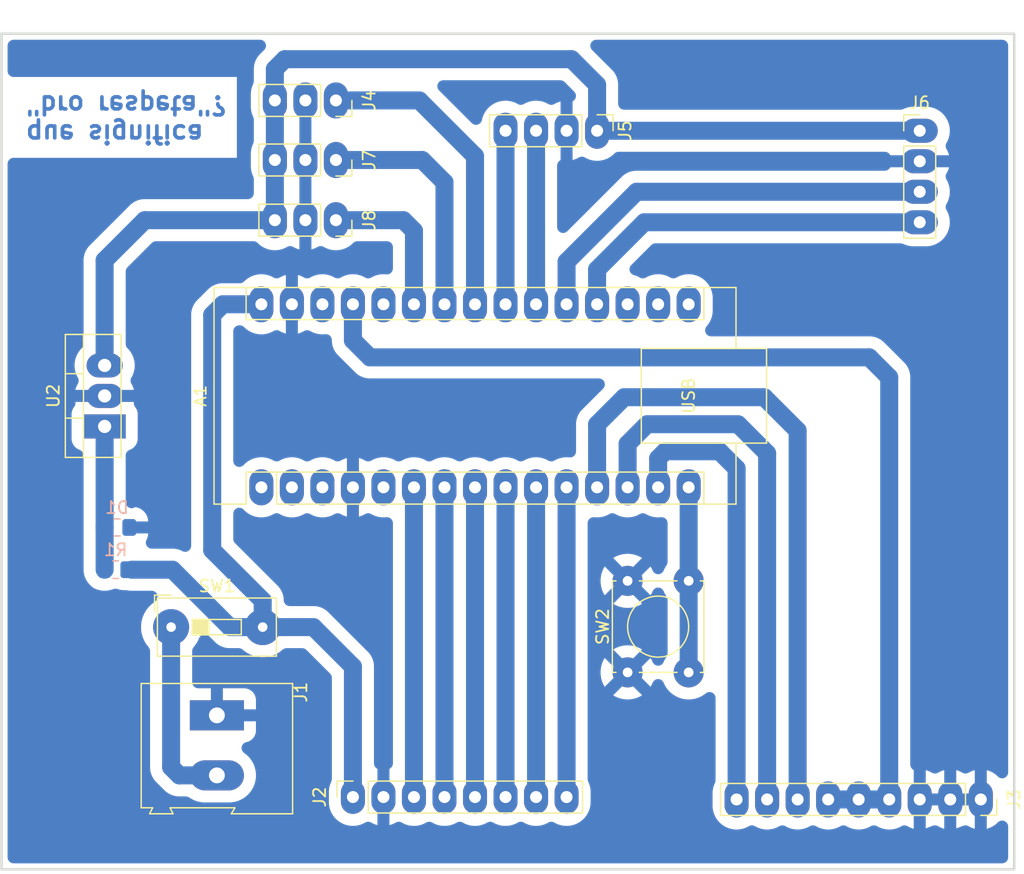
<source format=kicad_pcb>
(kicad_pcb (version 20241229) (generator "pcbnew") (generator_version "9.0")
  (layers (0 "F.Cu" signal) (2 "B.Cu" signal) (13 "F.Paste" user) (15 "B.Paste" user) (5 "F.SilkS" user "F.Silkscreen") (7 "B.SilkS" user "B.Silkscreen") (1 "F.Mask" user) (3 "B.Mask" user) (25 "Edge.Cuts" user))
  (net 0 "")
  (net 1 "Net-(D1-A)")
  (net 2 "GND")
  (net 3 "Net-(J1-Pin_2)")
  (net 4 "+5V")
  (net 5 "ENABLE 1")
  (net 6 "R_IS ")
  (net 7 "L_IS ")
  (net 8 "ENABLE 2")
  (net 9 "VCC")
  (net 10 "PWM2")
  (net 11 "sensor 2")
  (net 12 "sensor 1")
  (net 13 "sensor 3")
  (net 14 "PWM 1")
  (net 15 "eccho 2")
  (net 16 "trig 1")
  (net 17 "trig 2")
  (net 18 "eccho 1")
  (net 21 "5v_arduino")
  (net 29 "Net-(A1-D12)")
  (net 30 "sensor_distancia1")
  (net 31 "sensor_distancia2")
  (net 32 "sensor_distancia3")
  (footprint "Connector_PinSocket_2.54mm:PinSocket_1x08_P2.54mm_Vertical" (layer "F.Cu") (at 44.932 79.172 90)
    (property "Reference" "J2" (at 0 -2.77 90) (layer "F.SilkS"))
    (property "Value" "PUENTE_H")
    (fp_line (start 1.33 -1.33) (end 1.33 0) (stroke (width 0.12)) (layer "F.SilkS"))
    (fp_line (start 0 -1.33) (end 1.33 -1.33) (stroke (width 0.12)) (layer "F.SilkS"))
    (fp_line (start 1.33 1.27) (end 1.33 19.11) (stroke (width 0.12)) (layer "F.SilkS"))
    (fp_line (start -1.33 1.27) (end 1.33 1.27) (stroke (width 0.12)) (layer "F.SilkS"))
    (fp_line (start -1.33 1.27) (end -1.33 19.11) (stroke (width 0.12)) (layer "F.SilkS"))
    (fp_line (start -1.33 19.11) (end 1.33 19.11) (stroke (width 0.12)) (layer "F.SilkS"))
    (pad "1" thru_hole oval (at 0 0 90) (size 2.8 2) (drill 1) (layers "*.Cu" "*.Mask") (net 9 "VCC"))
    (pad "2" thru_hole oval (at 0 2.54 90) (size 2.8 2) (drill 1) (layers "*.Cu" "*.Mask") (net 2 "GND"))
    (pad "3" thru_hole oval (at 0 5.08 90) (size 2.8 2) (drill 1) (layers "*.Cu" "*.Mask") (net 7 "L_IS "))
    (pad "4" thru_hole oval (at 0 7.62 90) (size 2.8 2) (drill 1) (layers "*.Cu" "*.Mask") (net 6 "R_IS "))
    (pad "5" thru_hole oval (at 0 10.16 90) (size 2.8 2) (drill 1) (layers "*.Cu" "*.Mask") (net 14 "PWM 1"))
    (pad "6" thru_hole oval (at 0 12.7 90) (size 2.8 2) (drill 1) (layers "*.Cu" "*.Mask") (net 10 "PWM2"))
    (pad "7" thru_hole oval (at 0 15.24 90) (size 2.8 2) (drill 1) (layers "*.Cu" "*.Mask") (net 8 "ENABLE 2"))
    (pad "8" thru_hole oval (at 0 17.78 90) (size 2.8 2) (drill 1) (layers "*.Cu" "*.Mask") (net 5 "ENABLE 1"))
  )
  (footprint "Button_Switch_THT:SW_Tactile_Straight_KSA0Axx1LFTR" (layer "F.Cu") (at 67.792 68.792 90)
    (property "Reference" "SW2" (at 3.81 -2.08 90) (layer "F.SilkS"))
    (property "Value" "SW_DE_INICIO_ROBOT")
    (fp_line (start 7.62 -1.27) (end 7.62 -0.97) (stroke (width 0.12)) (layer "F.SilkS"))
    (fp_line (start 0 -1.27) (end 7.62 -1.27) (stroke (width 0.12)) (layer "F.SilkS"))
    (fp_line (start 0 -1.27) (end 0 -0.97) (stroke (width 0.12)) (layer "F.SilkS"))
    (fp_line (start 7.62 0.97) (end 7.62 4.11) (stroke (width 0.12)) (layer "F.SilkS"))
    (fp_line (start 0 0.97) (end 0 4.11) (stroke (width 0.12)) (layer "F.SilkS"))
    (fp_line (start 7.62 6.05) (end 7.62 6.35) (stroke (width 0.12)) (layer "F.SilkS"))
    (fp_line (start 0 6.05) (end 0 6.35) (stroke (width 0.12)) (layer "F.SilkS"))
    (fp_line (start 7.62 6.35) (end 0 6.35) (stroke (width 0.12)) (layer "F.SilkS"))
    (fp_circle (center 3.81 2.54) (end 3.81 0) (stroke (width 0.12)) (fill no) (layer "F.SilkS"))
    (pad "1" thru_hole circle (at 0 0 90) (size 2.5 2.5) (drill 0.8128) (layers "*.Cu" "*.Mask") (net 2 "GND"))
    (pad "1" thru_hole circle (at 7.62 0 90) (size 2.5 2.5) (drill 0.8128) (layers "*.Cu" "*.Mask") (net 2 "GND"))
    (pad "2" thru_hole circle (at 0 5.08 90) (size 2.5 2.5) (drill 0.8128) (layers "*.Cu" "*.Mask") (net 29 "Net-(A1-D12)"))
    (pad "2" thru_hole circle (at 7.62 5.08 90) (size 2.5 2.5) (drill 0.8128) (layers "*.Cu" "*.Mask") (net 29 "Net-(A1-D12)"))
  )
  (footprint "TerminalBlock:TerminalBlock_Altech_AK300-2_P5.00mm" (layer "F.Cu") (at 33.612 72.367 -90)
    (property "Reference" "J1" (at -1.92 -6.99 90) (layer "F.SilkS"))
    (property "Value" "ENTRADA")
    (fp_line (start -2.65 6.3) (end 7.7 6.3) (stroke (width 0.12)) (layer "F.SilkS"))
    (fp_line (start 7.7 6.3) (end 7.7 5.35) (stroke (width 0.12)) (layer "F.SilkS"))
    (fp_line (start 8.2 5.6) (end 8.2 3.7) (stroke (width 0.12)) (layer "F.SilkS"))
    (fp_line (start 7.7 5.35) (end 8.2 5.6) (stroke (width 0.12)) (layer "F.SilkS"))
    (fp_line (start 7.7 3.9) (end 7.7 -1.5) (stroke (width 0.12)) (layer "F.SilkS"))
    (fp_line (start 8.2 3.7) (end 8.2 3.65) (stroke (width 0.12)) (layer "F.SilkS"))
    (fp_line (start 8.2 3.65) (end 7.7 3.9) (stroke (width 0.12)) (layer "F.SilkS"))
    (fp_line (start 8.2 -1.2) (end 8.2 -6.3) (stroke (width 0.12)) (layer "F.SilkS"))
    (fp_line (start 7.7 -1.5) (end 8.2 -1.2) (stroke (width 0.12)) (layer "F.SilkS"))
    (fp_line (start -2.65 -6.3) (end -2.65 6.3) (stroke (width 0.12)) (layer "F.SilkS"))
    (fp_line (start 8.2 -6.3) (end -2.65 -6.3) (stroke (width 0.12)) (layer "F.SilkS"))
    (pad "1" thru_hole rect (at 0 0 270) (size 2.5 4.5) (drill 1.32) (layers "*.Cu" "*.Mask") (net 2 "GND"))
    (pad "2" thru_hole oval (at 5 0 270) (size 2.5 4.5) (drill 1.32) (layers "*.Cu" "*.Mask") (net 3 "Net-(J1-Pin_2)"))
  )
  (footprint "Button_Switch_THT:SW_DIP_SPSTx01_Slide_9.78x4.72mm_W7.62mm_P2.54mm" (layer "F.Cu") (at 29.802 65.022)
    (property "Reference" "SW1" (at 3.81 -3.42 0) (layer "F.SilkS"))
    (property "Value" "SWITCH_ON_OFF")
    (fp_line (start -1.38 -2.66) (end -1.38 -1.277) (stroke (width 0.12)) (layer "F.SilkS"))
    (fp_line (start -1.38 -2.66) (end 0.003 -2.66) (stroke (width 0.12)) (layer "F.SilkS"))
    (fp_line (start -1.14 -2.42) (end -1.14 2.42) (stroke (width 0.12)) (layer "F.SilkS"))
    (fp_line (start -1.14 -2.42) (end 8.76 -2.42) (stroke (width 0.12)) (layer "F.SilkS"))
    (fp_line (start -1.14 2.42) (end 8.76 2.42) (stroke (width 0.12)) (layer "F.SilkS"))
    (fp_line (start 3.133333 -0.635) (end 3.133333 0.635) (stroke (width 0.12)) (layer "F.SilkS"))
    (fp_line (start 8.76 -2.42) (end 8.76 2.42) (stroke (width 0.12)) (layer "F.SilkS"))
    (fp_rect (start 1.78 -0.635) (end 3.133333 0.635) (stroke (width 0.12)) (fill yes) (layer "F.SilkS"))
    (fp_rect (start 1.78 -0.635) (end 5.84 0.635) (stroke (width 0.12)) (fill no) (layer "F.SilkS"))
    (pad "1" thru_hole roundrect (at 0 0) (size 3 3) (drill 0.8) (layers "*.Cu" "*.Mask") (roundrect_rratio 0.5) (net 3 "Net-(J1-Pin_2)"))
    (pad "2" thru_hole circle (at 7.62 0) (size 3 3) (drill 0.8) (layers "*.Cu" "*.Mask") (net 9 "VCC"))
  )
  (footprint "Connector_PinHeader_2.54mm:PinHeader_1x04_P2.54mm_Vertical" (layer "F.Cu") (at 92.102 23.692)
    (property "Reference" "J6" (at 0 -2.33 0) (layer "F.SilkS"))
    (property "Value" "ULTRASONIDO_2")
    (fp_line (start -1.33 -1.33) (end 0 -1.33) (stroke (width 0.12)) (layer "F.SilkS"))
    (fp_line (start -1.33 0) (end -1.33 -1.33) (stroke (width 0.12)) (layer "F.SilkS"))
    (fp_line (start -1.33 1.27) (end -1.33 8.95) (stroke (width 0.12)) (layer "F.SilkS"))
    (fp_line (start -1.33 1.27) (end 1.33 1.27) (stroke (width 0.12)) (layer "F.SilkS"))
    (fp_line (start -1.33 8.95) (end 1.33 8.95) (stroke (width 0.12)) (layer "F.SilkS"))
    (fp_line (start 1.33 1.27) (end 1.33 8.95) (stroke (width 0.12)) (layer "F.SilkS"))
    (pad "1" thru_hole oval (at 0 0) (size 3 2) (drill 1) (layers "*.Cu" "*.Mask") (net 4 "+5V"))
    (pad "2" thru_hole oval (at 0 2.54) (size 3 2) (drill 1) (layers "*.Cu" "*.Mask") (net 2 "GND"))
    (pad "3" thru_hole oval (at 0 5.08) (size 3 2) (drill 1) (layers "*.Cu" "*.Mask") (net 17 "trig 2"))
    (pad "4" thru_hole oval (at 0 7.62) (size 3 2) (drill 1) (layers "*.Cu" "*.Mask") (net 15 "eccho 2"))
  )
  (footprint "Package_TO_SOT_THT:TO-220-3_Vertical" (layer "F.Cu") (at 24.2695 48.312 90)
    (property "Reference" "U2" (at 2.54 -4.27 90) (layer "F.SilkS"))
    (property "Value" "LM7805_TO220")
    (fp_line (start 7.66 -3.27) (end 7.66 1.371) (stroke (width 0.12)) (layer "F.SilkS"))
    (fp_line (start 4.391 -3.27) (end 4.391 -1.76) (stroke (width 0.12)) (layer "F.SilkS"))
    (fp_line (start 0.69 -3.27) (end 0.69 -1.76) (stroke (width 0.12)) (layer "F.SilkS"))
    (fp_line (start -2.58 -3.27) (end 7.66 -3.27) (stroke (width 0.12)) (layer "F.SilkS"))
    (fp_line (start -2.58 -3.27) (end -2.58 1.371) (stroke (width 0.12)) (layer "F.SilkS"))
    (fp_line (start -2.58 -1.76) (end 7.66 -1.76) (stroke (width 0.12)) (layer "F.SilkS"))
    (fp_line (start -2.58 1.371) (end 7.66 1.371) (stroke (width 0.12)) (layer "F.SilkS"))
    (pad "1" thru_hole rect (at 0 0 90) (size 2 3.5) (drill 1.1) (layers "*.Cu" "*.Mask") (net 1 "Net-(D1-A)"))
    (pad "2" thru_hole oval (at 2.54 0 90) (size 2 3) (drill 1.1) (layers "*.Cu" "*.Mask") (net 2 "GND"))
    (pad "3" thru_hole oval (at 5.08 0 90) (size 2 3) (drill 1.1) (layers "*.Cu" "*.Mask") (net 4 "+5V"))
  )
  (footprint "Connector_PinHeader_2.54mm:PinHeader_1x04_P2.54mm_Vertical" (layer "F.Cu") (at 65.252 23.692 -90)
    (property "Reference" "J5" (at 0 -2.33 90) (layer "F.SilkS"))
    (property "Value" "ULTRASONIDO_1")
    (fp_line (start -1.33 8.95) (end 1.33 8.95) (stroke (width 0.12)) (layer "F.SilkS"))
    (fp_line (start -1.33 1.27) (end -1.33 8.95) (stroke (width 0.12)) (layer "F.SilkS"))
    (fp_line (start -1.33 1.27) (end 1.33 1.27) (stroke (width 0.12)) (layer "F.SilkS"))
    (fp_line (start 1.33 1.27) (end 1.33 8.95) (stroke (width 0.12)) (layer "F.SilkS"))
    (fp_line (start -1.33 0) (end -1.33 -1.33) (stroke (width 0.12)) (layer "F.SilkS"))
    (fp_line (start -1.33 -1.33) (end 0 -1.33) (stroke (width 0.12)) (layer "F.SilkS"))
    (pad "1" thru_hole oval (at 0 0 270) (size 3 2) (drill 1) (layers "*.Cu" "*.Mask") (net 4 "+5V"))
    (pad "2" thru_hole oval (at 0 2.54 270) (size 3 2) (drill 1) (layers "*.Cu" "*.Mask") (net 2 "GND"))
    (pad "3" thru_hole oval (at 0 5.08 270) (size 3 2) (drill 1) (layers "*.Cu" "*.Mask") (net 16 "trig 1"))
    (pad "4" thru_hole oval (at 0 7.62 270) (size 3 2) (drill 1) (layers "*.Cu" "*.Mask") (net 18 "eccho 1"))
  )
  (footprint "Connector_PinSocket_2.54mm:PinSocket_1x03_P2.54mm_Vertical" (layer "F.Cu") (at 43.517 26.127 -90)
    (property "Reference" "J7" (at 0 -2.77 90) (layer "F.SilkS"))
    (property "Value" "SENSOR_INFRAROJO_2")
    (fp_line (start -1.33 6.41) (end 1.33 6.41) (stroke (width 0.12)) (layer "F.SilkS"))
    (fp_line (start -1.33 1.27) (end -1.33 6.41) (stroke (width 0.12)) (layer "F.SilkS"))
    (fp_line (start -1.33 1.27) (end 1.33 1.27) (stroke (width 0.12)) (layer "F.SilkS"))
    (fp_line (start 1.33 1.27) (end 1.33 6.41) (stroke (width 0.12)) (layer "F.SilkS"))
    (fp_line (start 0 -1.33) (end 1.33 -1.33) (stroke (width 0.12)) (layer "F.SilkS"))
    (fp_line (start 1.33 -1.33) (end 1.33 0) (stroke (width 0.12)) (layer "F.SilkS"))
    (pad "1" thru_hole oval (at 0 0 270) (size 3 2) (drill 1) (layers "*.Cu" "*.Mask") (net 31 "sensor_distancia2"))
    (pad "2" thru_hole oval (at 0 2.54 270) (size 3 2) (drill 1) (layers "*.Cu" "*.Mask") (net 2 "GND"))
    (pad "3" thru_hole oval (at 0 5.08 270) (size 3 2) (drill 1) (layers "*.Cu" "*.Mask") (net 4 "+5V"))
  )
  (footprint "Connector_PinSocket_2.54mm:PinSocket_1x09_P2.54mm_Vertical" (layer "F.Cu") (at 97.182 79.372 -90)
    (property "Reference" "J3" (at 0 -2.77 90) (layer "F.SilkS"))
    (property "Value" "Conn_01x09_Pin")
    (fp_line (start -1.33 21.65) (end 1.33 21.65) (stroke (width 0.12)) (layer "F.SilkS"))
    (fp_line (start -1.33 1.27) (end -1.33 21.65) (stroke (width 0.12)) (layer "F.SilkS"))
    (fp_line (start -1.33 1.27) (end 1.33 1.27) (stroke (width 0.12)) (layer "F.SilkS"))
    (fp_line (start 1.33 1.27) (end 1.33 21.65) (stroke (width 0.12)) (layer "F.SilkS"))
    (fp_line (start 0 -1.33) (end 1.33 -1.33) (stroke (width 0.12)) (layer "F.SilkS"))
    (fp_line (start 1.33 -1.33) (end 1.33 0) (stroke (width 0.12)) (layer "F.SilkS"))
    (pad "1" thru_hole oval (at 0 0 270) (size 3 2) (drill 1) (layers "*.Cu" "*.Mask") (net 2 "GND"))
    (pad "2" thru_hole oval (at 0 2.54 270) (size 3 2) (drill 1) (layers "*.Cu" "*.Mask") (net 2 "GND"))
    (pad "3" thru_hole oval (at 0 5.08 270) (size 3 2) (drill 1) (layers "*.Cu" "*.Mask") (net 2 "GND"))
    (pad "4" thru_hole oval (at 0 7.62 270) (size 3 2) (drill 1) (layers "*.Cu" "*.Mask") (net 21 "5v_arduino"))
    (pad "5" thru_hole oval (at 0 10.16 270) (size 3 2) (drill 1) (layers "*.Cu" "*.Mask") (net 21 "5v_arduino"))
    (pad "6" thru_hole oval (at 0 12.7 270) (size 3 2) (drill 1) (layers "*.Cu" "*.Mask") (net 21 "5v_arduino"))
    (pad "7" thru_hole oval (at 0 15.24 270) (size 3 2) (drill 1) (layers "*.Cu" "*.Mask") (net 13 "sensor 3"))
    (pad "8" thru_hole oval (at 0 17.78 270) (size 3 2) (drill 1) (layers "*.Cu" "*.Mask") (net 12 "sensor 1"))
    (pad "9" thru_hole oval (at 0 20.32 270) (size 3 2) (drill 1) (layers "*.Cu" "*.Mask") (net 11 "sensor 2"))
  )
  (footprint "Connector_PinSocket_2.54mm:PinSocket_1x03_P2.54mm_Vertical" (layer "F.Cu") (at 43.517 21.167 -90)
    (property "Reference" "J4" (at 0 -2.77 90) (layer "F.SilkS"))
    (property "Value" "SENSOR_INFRAROJO_1")
    (fp_line (start -1.33 6.41) (end 1.33 6.41) (stroke (width 0.12)) (layer "F.SilkS"))
    (fp_line (start -1.33 1.27) (end -1.33 6.41) (stroke (width 0.12)) (layer "F.SilkS"))
    (fp_line (start -1.33 1.27) (end 1.33 1.27) (stroke (width 0.12)) (layer "F.SilkS"))
    (fp_line (start 1.33 1.27) (end 1.33 6.41) (stroke (width 0.12)) (layer "F.SilkS"))
    (fp_line (start 0 -1.33) (end 1.33 -1.33) (stroke (width 0.12)) (layer "F.SilkS"))
    (fp_line (start 1.33 -1.33) (end 1.33 0) (stroke (width 0.12)) (layer "F.SilkS"))
    (pad "1" thru_hole oval (at 0 0 270) (size 3 2) (drill 1) (layers "*.Cu" "*.Mask") (net 30 "sensor_distancia1"))
    (pad "2" thru_hole oval (at 0 2.54 270) (size 3 2) (drill 1) (layers "*.Cu" "*.Mask") (net 2 "GND"))
    (pad "3" thru_hole oval (at 0 5.08 270) (size 3 2) (drill 1) (layers "*.Cu" "*.Mask") (net 4 "+5V"))
  )
  (footprint "Module:Arduino_Nano" (layer "F.Cu") (at 37.312 53.382 90)
    (property "Reference" "A1" (at 7.62 -5.08 90) (layer "F.SilkS"))
    (property "Value" "Arduino_Nano_v2.x")
    (fp_line (start 16.64 -3.94) (end -1.4 -3.94) (stroke (width 0.12)) (layer "F.SilkS"))
    (fp_line (start -1.4 -3.94) (end -1.4 -1.27) (stroke (width 0.12)) (layer "F.SilkS"))
    (fp_line (start 13.97 -1.27) (end 16.64 -1.27) (stroke (width 0.12)) (layer "F.SilkS"))
    (fp_line (start 13.97 -1.27) (end 13.97 36.83) (stroke (width 0.12)) (layer "F.SilkS"))
    (fp_line (start 1.27 -1.27) (end -1.4 -1.27) (stroke (width 0.12)) (layer "F.SilkS"))
    (fp_line (start 1.27 1.27) (end 1.27 -1.27) (stroke (width 0.12)) (layer "F.SilkS"))
    (fp_line (start 1.27 1.27) (end -1.4 1.27) (stroke (width 0.12)) (layer "F.SilkS"))
    (fp_line (start 1.27 1.27) (end 1.27 36.83) (stroke (width 0.12)) (layer "F.SilkS"))
    (fp_line (start -1.4 1.27) (end -1.4 39.5) (stroke (width 0.12)) (layer "F.SilkS"))
    (fp_line (start 11.56 31.62) (end 11.56 42.04) (stroke (width 0.12)) (layer "F.SilkS"))
    (fp_line (start 3.68 31.62) (end 11.56 31.62) (stroke (width 0.12)) (layer "F.SilkS"))
    (fp_line (start 13.97 36.83) (end 16.64 36.83) (stroke (width 0.12)) (layer "F.SilkS"))
    (fp_line (start 1.27 36.83) (end -1.4 36.83) (stroke (width 0.12)) (layer "F.SilkS"))
    (fp_line (start 16.64 39.5) (end 16.64 -3.94) (stroke (width 0.12)) (layer "F.SilkS"))
    (fp_line (start 16.64 39.5) (end 11.56 39.5) (stroke (width 0.12)) (layer "F.SilkS"))
    (fp_line (start -1.4 39.5) (end 3.68 39.5) (stroke (width 0.12)) (layer "F.SilkS"))
    (fp_line (start 11.56 42.04) (end 3.68 42.04) (stroke (width 0.12)) (layer "F.SilkS"))
    (fp_line (start 3.68 42.04) (end 3.68 31.62) (stroke (width 0.12)) (layer "F.SilkS"))
    (fp_text user "USB" (at 7.62 35.56 90) (layer "F.SilkS"))
    (pad "1" thru_hole oval (at 0 0 90) (size 3 2) (drill 1) (layers "*.Cu" "*.Mask"))
    (pad "2" thru_hole oval (at 0 2.54 90) (size 3 2) (drill 1) (layers "*.Cu" "*.Mask"))
    (pad "3" thru_hole oval (at 0 5.08 90) (size 3 2) (drill 1) (layers "*.Cu" "*.Mask"))
    (pad "4" thru_hole oval (at 0 7.62 90) (size 3 2) (drill 1) (layers "*.Cu" "*.Mask") (net 2 "GND"))
    (pad "5" thru_hole oval (at 0 10.16 90) (size 3 2) (drill 1) (layers "*.Cu" "*.Mask"))
    (pad "6" thru_hole oval (at 0 12.7 90) (size 3 2) (drill 1) (layers "*.Cu" "*.Mask") (net 7 "L_IS "))
    (pad "7" thru_hole oval (at 0 15.24 90) (size 3 2) (drill 1) (layers "*.Cu" "*.Mask") (net 6 "R_IS "))
    (pad "8" thru_hole oval (at 0 17.78 90) (size 3 2) (drill 1) (layers "*.Cu" "*.Mask") (net 14 "PWM 1"))
    (pad "9" thru_hole oval (at 0 20.32 90) (size 3 2) (drill 1) (layers "*.Cu" "*.Mask") (net 10 "PWM2"))
    (pad "10" thru_hole oval (at 0 22.86 90) (size 3 2) (drill 1) (layers "*.Cu" "*.Mask") (net 8 "ENABLE 2"))
    (pad "11" thru_hole oval (at 0 25.4 90) (size 3 2) (drill 1) (layers "*.Cu" "*.Mask") (net 5 "ENABLE 1"))
    (pad "12" thru_hole oval (at 0 27.94 90) (size 3 2) (drill 1) (layers "*.Cu" "*.Mask") (net 13 "sensor 3"))
    (pad "13" thru_hole oval (at 0 30.48 90) (size 3 2) (drill 1) (layers "*.Cu" "*.Mask") (net 12 "sensor 1"))
    (pad "14" thru_hole oval (at 0 33.02 90) (size 3 2) (drill 1) (layers "*.Cu" "*.Mask") (net 11 "sensor 2"))
    (pad "15" thru_hole oval (at 0 35.56 90) (size 3 2) (drill 1) (layers "*.Cu" "*.Mask") (net 29 "Net-(A1-D12)"))
    (pad "16" thru_hole oval (at 15.24 35.56 90) (size 3 2) (drill 1) (layers "*.Cu" "*.Mask"))
    (pad "17" thru_hole oval (at 15.24 33.02 90) (size 3 2) (drill 1) (layers "*.Cu" "*.Mask"))
    (pad "18" thru_hole oval (at 15.24 30.48 90) (size 3 2) (drill 1) (layers "*.Cu" "*.Mask"))
    (pad "19" thru_hole oval (at 15.24 27.94 90) (size 3 2) (drill 1) (layers "*.Cu" "*.Mask") (net 15 "eccho 2"))
    (pad "20" thru_hole oval (at 15.24 25.4 90) (size 3 2) (drill 1) (layers "*.Cu" "*.Mask") (net 17 "trig 2"))
    (pad "21" thru_hole oval (at 15.24 22.86 90) (size 3 2) (drill 1) (layers "*.Cu" "*.Mask") (net 16 "trig 1"))
    (pad "22" thru_hole oval (at 15.24 20.32 90) (size 3 2) (drill 1) (layers "*.Cu" "*.Mask") (net 18 "eccho 1"))
    (pad "23" thru_hole oval (at 15.24 17.78 90) (size 3 2) (drill 1) (layers "*.Cu" "*.Mask") (net 30 "sensor_distancia1"))
    (pad "24" thru_hole oval (at 15.24 15.24 90) (size 3 2) (drill 1) (layers "*.Cu" "*.Mask") (net 31 "sensor_distancia2"))
    (pad "25" thru_hole oval (at 15.24 12.7 90) (size 3 2) (drill 1) (layers "*.Cu" "*.Mask") (net 32 "sensor_distancia3"))
    (pad "26" thru_hole oval (at 15.24 10.16 90) (size 3 2) (drill 1) (layers "*.Cu" "*.Mask"))
    (pad "27" thru_hole oval (at 15.24 7.62 90) (size 3 2) (drill 1) (layers "*.Cu" "*.Mask") (net 21 "5v_arduino"))
    (pad "28" thru_hole oval (at 15.24 5.08 90) (size 3 2) (drill 1) (layers "*.Cu" "*.Mask"))
    (pad "29" thru_hole oval (at 15.24 2.54 90) (size 3 2) (drill 1) (layers "*.Cu" "*.Mask") (net 2 "GND"))
    (pad "30" thru_hole oval (at 15.24 0 90) (size 3 2) (drill 1) (layers "*.Cu" "*.Mask") (net 9 "VCC"))
  )
  (footprint "Connector_PinSocket_2.54mm:PinSocket_1x03_P2.54mm_Vertical" (layer "F.Cu") (at 43.517 31.137 -90)
    (property "Reference" "J8" (at 0 -2.77 90) (layer "F.SilkS"))
    (property "Value" "SENSOR_INFRAROJO_3")
    (fp_line (start -1.33 6.41) (end 1.33 6.41) (stroke (width 0.12)) (layer "F.SilkS"))
    (fp_line (start -1.33 1.27) (end -1.33 6.41) (stroke (width 0.12)) (layer "F.SilkS"))
    (fp_line (start -1.33 1.27) (end 1.33 1.27) (stroke (width 0.12)) (layer "F.SilkS"))
    (fp_line (start 1.33 1.27) (end 1.33 6.41) (stroke (width 0.12)) (layer "F.SilkS"))
    (fp_line (start 0 -1.33) (end 1.33 -1.33) (stroke (width 0.12)) (layer "F.SilkS"))
    (fp_line (start 1.33 -1.33) (end 1.33 0) (stroke (width 0.12)) (layer "F.SilkS"))
    (pad "1" thru_hole oval (at 0 0 270) (size 3 2) (drill 1) (layers "*.Cu" "*.Mask") (net 32 "sensor_distancia3"))
    (pad "2" thru_hole oval (at 0 2.54 270) (size 3 2) (drill 1) (layers "*.Cu" "*.Mask") (net 2 "GND"))
    (pad "3" thru_hole oval (at 0 5.08 270) (size 3 2) (drill 1) (layers "*.Cu" "*.Mask") (net 4 "+5V"))
  )
  (footprint "Resistor_SMD:R_0805_2012Metric" (layer "B.Cu") (at 25.182 60.242 180)
    (property "Reference" "R1" (at 0 1.65 0) (layer "B.SilkS") (effects (justify mirror)))
    (property "Value" "R")
    (fp_line (start -0.227064 0.735) (end 0.227064 0.735) (stroke (width 0.12)) (layer "B.SilkS"))
    (fp_line (start -0.227064 -0.735) (end 0.227064 -0.735) (stroke (width 0.12)) (layer "B.SilkS"))
    (pad "1" smd roundrect (at -0.9125 0 180) (size 1.025 1.4) (layers "B.Cu" "B.Mask" "B.Paste") (roundrect_rratio 0.243902) (net 9 "VCC"))
    (pad "2" smd roundrect (at 0.9125 0 180) (size 1.025 1.4) (layers "B.Cu" "B.Mask" "B.Paste") (roundrect_rratio 0.243902) (net 1 "Net-(D1-A)"))
  )
  (footprint "Inductor_SMD:L_0805_2012Metric_Pad1.15x1.40mm_HandSolder" (layer "B.Cu") (at 25.2945 56.722 180)
    (property "Reference" "D1" (at 0 1.65 0) (layer "B.SilkS") (effects (justify mirror)))
    (property "Value" "LED")
    (fp_line (start -0.261252 0.71) (end 0.261252 0.71) (stroke (width 0.12)) (layer "B.SilkS"))
    (fp_line (start -0.261252 -0.71) (end 0.261252 -0.71) (stroke (width 0.12)) (layer "B.SilkS"))
    (pad "1" smd roundrect (at -1.025 0 180) (size 1.15 1.4) (layers "B.Cu" "B.Mask" "B.Paste") (roundrect_rratio 0.217391) (net 2 "GND"))
    (pad "2" smd roundrect (at 1.025 0 180) (size 1.15 1.4) (layers "B.Cu" "B.Mask" "B.Paste") (roundrect_rratio 0.217391) (net 1 "Net-(D1-A)"))
  )
  (gr_rect (start 15.692 15.612) (end 99.962 85.192) (stroke (width 0.2)) (fill no) (layer "Edge.Cuts"))
  (gr_text "que significa \n{dblquote}bro respeta{dblquote}?\n" (at 17.562 20.672 180) (layer "B.Cu") (effects (font (size 1.5 1.5) (thickness 0.3) (bold yes)) (justify left bottom mirror)))
  (segment (start 24.2695 48.312) (end 24.2695 56.722) (width 1.5) (layer "B.Cu") (net 1))
  (segment (start 24.2695 60.242) (end 24.2695 56.722) (width 1.5) (layer "B.Cu") (net 1))
  (segment (start 30.487 77.367) (end 29.802 76.682) (width 1.5) (layer "B.Cu") (net 3))
  (segment (start 29.802 76.682) (end 29.802 65.022) (width 1.5) (layer "B.Cu") (net 3))
  (segment (start 33.612 77.367) (end 30.487 77.367) (width 1.5) (layer "B.Cu") (net 3))
  (segment (start 38.437 26.127) (end 38.437 21.167) (width 1.5) (layer "B.Cu") (net 4))
  (segment (start 65.252 23.692) (end 65.252 19.862) (width 1.5) (layer "B.Cu") (net 4))
  (segment (start 92.102 23.692) (end 65.252 23.692) (width 1.5) (layer "B.Cu") (net 4))
  (segment (start 38.437 31.137) (end 38.437 26.127) (width 1.5) (layer "B.Cu") (net 4))
  (segment (start 63.122 17.732) (end 39.262 17.732) (width 1.5) (layer "B.Cu") (net 4))
  (segment (start 24.2695 43.232) (end 24.2695 34.4795) (width 1.5) (layer "B.Cu") (net 4))
  (segment (start 39.262 17.732) (end 38.437 18.557) (width 1.5) (layer "B.Cu") (net 4))
  (segment (start 24.2695 34.4795) (end 27.612 31.137) (width 1.5) (layer "B.Cu") (net 4))
  (segment (start 38.437 18.557) (end 38.437 21.167) (width 1.5) (layer "B.Cu") (net 4))
  (segment (start 38.437 31.137) (end 27.612 31.137) (width 1.5) (layer "B.Cu") (net 4))
  (segment (start 65.252 19.862) (end 63.122 17.732) (width 1.5) (layer "B.Cu") (net 4))
  (segment (start 62.712 79.172) (end 62.712 53.382) (width 1.5) (layer "B.Cu") (net 5))
  (segment (start 52.552 79.172) (end 52.552 53.382) (width 1.5) (layer "B.Cu") (net 6))
  (segment (start 50.012 53.382) (end 50.012 79.172) (width 1.5) (layer "B.Cu") (net 7))
  (segment (start 60.172 53.382) (end 60.172 79.172) (width 1.5) (layer "B.Cu") (net 8))
  (segment (start 44.932 68.312) (end 44.932 79.172) (width 1.5) (layer "B.Cu") (net 9))
  (segment (start 33.222 39.032) (end 34.112 38.142) (width 1.5) (layer "B.Cu") (net 9))
  (segment (start 34.692 65.022) (end 29.912 60.242) (width 1.5) (layer "B.Cu") (net 9))
  (segment (start 37.422 65.022) (end 37.422 62.812) (width 1.5) (layer "B.Cu") (net 9))
  (segment (start 37.422 65.022) (end 41.642 65.022) (width 1.5) (layer "B.Cu") (net 9))
  (segment (start 33.222 58.612) (end 33.222 39.032) (width 1.5) (layer "B.Cu") (net 9))
  (segment (start 37.422 62.812) (end 33.222 58.612) (width 1.5) (layer "B.Cu") (net 9))
  (segment (start 34.112 38.142) (end 37.312 38.142) (width 1.5) (layer "B.Cu") (net 9))
  (segment (start 29.912 60.242) (end 26.5205 60.242) (width 1.5) (layer "B.Cu") (net 9))
  (segment (start 41.642 65.022) (end 44.932 68.312) (width 1.5) (layer "B.Cu") (net 9))
  (segment (start 37.422 65.022) (end 34.692 65.022) (width 1.5) (layer "B.Cu") (net 9))
  (segment (start 57.632 79.172) (end 57.632 53.382) (width 1.5) (layer "B.Cu") (net 10))
  (segment (start 76.862 79.372) (end 76.862 51.812) (width 1.5) (layer "B.Cu") (net 11))
  (segment (start 70.923 50.381) (end 70.332 50.972) (width 1.5) (layer "B.Cu") (net 11))
  (segment (start 75.431 50.381) (end 70.923 50.381) (width 1.5) (layer "B.Cu") (net 11))
  (segment (start 76.862 51.812) (end 75.431 50.381) (width 1.5) (layer "B.Cu") (net 11))
  (segment (start 70.332 50.972) (end 70.332 53.382) (width 1.5) (layer "B.Cu") (net 11))
  (segment (start 67.792 49.762) (end 67.792 53.382) (width 1.5) (layer "B.Cu") (net 12))
  (segment (start 79.402 50.552) (end 76.98 48.13) (width 1.5) (layer "B.Cu") (net 12))
  (segment (start 79.402 79.372) (end 79.402 50.552) (width 1.5) (layer "B.Cu") (net 12))
  (segment (start 69.424 48.13) (end 67.792 49.762) (width 1.5) (layer "B.Cu") (net 12))
  (segment (start 76.98 48.13) (end 69.424 48.13) (width 1.5) (layer "B.Cu") (net 12))
  (segment (start 79.159 45.879) (end 67.515 45.879) (width 1.5) (layer "B.Cu") (net 13))
  (segment (start 65.252 48.142) (end 65.252 53.382) (width 1.5) (layer "B.Cu") (net 13))
  (segment (start 67.515 45.879) (end 65.252 48.142) (width 1.5) (layer "B.Cu") (net 13))
  (segment (start 81.942 79.372) (end 81.942 48.662) (width 1.5) (layer "B.Cu") (net 13))
  (segment (start 81.942 48.662) (end 79.159 45.879) (width 1.5) (layer "B.Cu") (net 13))
  (segment (start 55.092 53.382) (end 55.092 79.172) (width 1.5) (layer "B.Cu") (net 14))
  (segment (start 69.182 31.312) (end 65.252 35.242) (width 1.5) (layer "B.Cu") (net 15))
  (segment (start 92.102 31.312) (end 69.182 31.312) (width 1.5) (layer "B.Cu") (net 15))
  (segment (start 65.252 35.242) (end 65.252 38.142) (width 1.5) (layer "B.Cu") (net 15))
  (segment (start 60.172 23.692) (end 60.172 38.142) (width 1.5) (layer "B.Cu") (net 16))
  (segment (start 62.712 38.142) (end 62.712 34.598605) (width 1.5) (layer "B.Cu") (net 17))
  (segment (start 68.538605 28.772) (end 92.102 28.772) (width 1.5) (layer "B.Cu") (net 17))
  (segment (start 62.712 34.598605) (end 68.538605 28.772) (width 1.5) (layer "B.Cu") (net 17))
  (segment (start 57.632 23.692) (end 57.632 38.142) (width 1.5) (layer "B.Cu") (net 18))
  (segment (start 89.562 44.222) (end 87.902 42.562) (width 1.5) (layer "B.Cu") (net 21))
  (segment (start 89.562 79.372) (end 89.562 44.222) (width 1.5) (layer "B.Cu") (net 21))
  (segment (start 44.932 41.142) (end 44.932 38.142) (width 1.5) (layer "B.Cu") (net 21))
  (segment (start 46.352 42.562) (end 44.932 41.142) (width 1.5) (layer "B.Cu") (net 21))
  (segment (start 84.482 79.372) (end 89.562 79.372) (width 1.5) (layer "B.Cu") (net 21))
  (segment (start 87.902 42.562) (end 46.352 42.562) (width 1.5) (layer "B.Cu") (net 21))
  (segment (start 72.872 68.792) (end 72.872 61.172) (width 1.5) (layer "B.Cu") (net 29))
  (segment (start 72.872 53.382) (end 72.872 61.172) (width 1.5) (layer "B.Cu") (net 29))
  (segment (start 43.517 21.167) (end 50.457 21.167) (width 1.5) (layer "B.Cu") (net 30))
  (segment (start 55.092 25.802) (end 55.092 38.142) (width 1.5) (layer "B.Cu") (net 30))
  (segment (start 50.457 21.167) (end 55.092 25.802) (width 1.5) (layer "B.Cu") (net 30))
  (segment (start 43.517 26.127) (end 50.697 26.127) (width 1.5) (layer "B.Cu") (net 31))
  (segment (start 50.697 26.127) (end 52.552 27.982) (width 1.5) (layer "B.Cu") (net 31))
  (segment (start 52.552 27.982) (end 52.552 38.142) (width 1.5) (layer "B.Cu") (net 31))
  (segment (start 49.127 31.137) (end 50.012 32.022) (width 1.5) (layer "B.Cu") (net 32))
  (segment (start 50.012 32.022) (end 50.012 38.142) (width 1.5) (layer "B.Cu") (net 32))
  (segment (start 43.517 31.137) (end 49.127 31.137) (width 1.5) (layer "B.Cu") (net 32))
  (zone (net 2) (net_name "GND") (layer "B.Cu") (connect_pads (clearance 1)) (min_thickness 1) (fill yes (thermal_gap 1) (thermal_bridge_width 1))
    (polygon (pts (xy 15.562 85.442) (xy 15.562 15.682) (xy 100.182 15.682) (xy 100.182 85.442)))
  )
)
</source>
